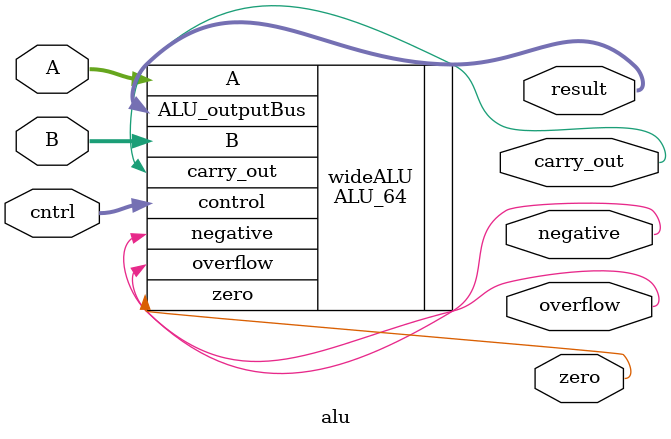
<source format=sv>


module alu (A, B, cntrl, result, negative, zero, overflow, carry_out);

	input logic		[63:0]	A, B;
	input logic		[2:0]		cntrl;
	output logic		[63:0]	result;
	output logic					negative, zero, overflow, carry_out;
	
	// implements the total 64-bit ALU module
	ALU_64 wideALU (.A(A), .B(B), .control(cntrl), .carry_out(carry_out), .negative(negative),
						 .overflow(overflow), .zero(zero), .ALU_outputBus(result));
	
	
	
endmodule 
</source>
